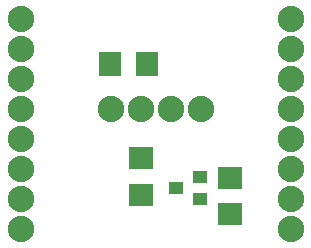
<source format=gts>
G04 MADE WITH FRITZING*
G04 WWW.FRITZING.ORG*
G04 DOUBLE SIDED*
G04 HOLES PLATED*
G04 CONTOUR ON CENTER OF CONTOUR VECTOR*
%ASAXBY*%
%FSLAX23Y23*%
%MOIN*%
%OFA0B0*%
%SFA1.0B1.0*%
%ADD10C,0.088000*%
%ADD11R,0.084803X0.072992*%
%ADD12R,0.045433X0.041496*%
%ADD13R,0.072992X0.084803*%
%LNMASK1*%
G90*
G70*
G54D10*
X68Y773D03*
X68Y673D03*
X68Y573D03*
X68Y473D03*
X68Y373D03*
X68Y273D03*
X68Y173D03*
X68Y73D03*
X968Y773D03*
X968Y673D03*
X968Y573D03*
X968Y473D03*
X968Y373D03*
X968Y273D03*
X968Y173D03*
X968Y73D03*
X368Y473D03*
X468Y473D03*
X568Y473D03*
X668Y473D03*
G54D11*
X767Y122D03*
X767Y244D03*
G54D12*
X667Y172D03*
X667Y247D03*
X585Y210D03*
G54D11*
X468Y308D03*
X468Y186D03*
G54D13*
X367Y623D03*
X489Y623D03*
G04 End of Mask1*
M02*
</source>
